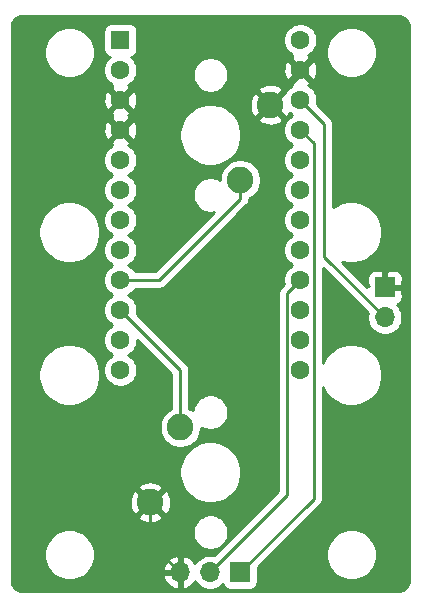
<source format=gtl>
G04 #@! TF.GenerationSoftware,KiCad,Pcbnew,(5.1.10)-1*
G04 #@! TF.CreationDate,2021-08-17T09:51:17-04:00*
G04 #@! TF.ProjectId,milkcrate,6d696c6b-6372-4617-9465-2e6b69636164,rev?*
G04 #@! TF.SameCoordinates,Original*
G04 #@! TF.FileFunction,Copper,L1,Top*
G04 #@! TF.FilePolarity,Positive*
%FSLAX46Y46*%
G04 Gerber Fmt 4.6, Leading zero omitted, Abs format (unit mm)*
G04 Created by KiCad (PCBNEW (5.1.10)-1) date 2021-08-17 09:51:17*
%MOMM*%
%LPD*%
G01*
G04 APERTURE LIST*
G04 #@! TA.AperFunction,ComponentPad*
%ADD10C,2.250000*%
G04 #@! TD*
G04 #@! TA.AperFunction,ComponentPad*
%ADD11R,1.600000X1.600000*%
G04 #@! TD*
G04 #@! TA.AperFunction,ComponentPad*
%ADD12C,1.600000*%
G04 #@! TD*
G04 #@! TA.AperFunction,ComponentPad*
%ADD13R,1.700000X1.700000*%
G04 #@! TD*
G04 #@! TA.AperFunction,ComponentPad*
%ADD14O,1.700000X1.700000*%
G04 #@! TD*
G04 #@! TA.AperFunction,Conductor*
%ADD15C,0.250000*%
G04 #@! TD*
G04 #@! TA.AperFunction,Conductor*
%ADD16C,0.254000*%
G04 #@! TD*
G04 #@! TA.AperFunction,Conductor*
%ADD17C,0.100000*%
G04 #@! TD*
G04 APERTURE END LIST*
D10*
G04 #@! TO.P,MX2,1*
G04 #@! TO.N,SW2*
X131603750Y-58896250D03*
G04 #@! TO.P,MX2,2*
G04 #@! TO.N,GND*
X129063750Y-65246250D03*
G04 #@! TD*
G04 #@! TO.P,MX1,1*
G04 #@! TO.N,SW1*
X136683750Y-37941250D03*
G04 #@! TO.P,MX1,2*
G04 #@! TO.N,GND*
X139223750Y-31591250D03*
G04 #@! TD*
D11*
G04 #@! TO.P,U1,1*
G04 #@! TO.N,Net-(U1-Pad1)*
X126523750Y-26113750D03*
D12*
G04 #@! TO.P,U1,2*
G04 #@! TO.N,Net-(U1-Pad2)*
X126523750Y-28653750D03*
G04 #@! TO.P,U1,3*
G04 #@! TO.N,GND*
X126523750Y-31193750D03*
G04 #@! TO.P,U1,4*
X126523750Y-33733750D03*
G04 #@! TO.P,U1,5*
G04 #@! TO.N,Net-(U1-Pad5)*
X126523750Y-36273750D03*
G04 #@! TO.P,U1,6*
G04 #@! TO.N,Net-(U1-Pad6)*
X126523750Y-38813750D03*
G04 #@! TO.P,U1,7*
G04 #@! TO.N,Net-(U1-Pad7)*
X126523750Y-41353750D03*
G04 #@! TO.P,U1,8*
G04 #@! TO.N,Net-(U1-Pad8)*
X126523750Y-43893750D03*
G04 #@! TO.P,U1,9*
G04 #@! TO.N,SW1*
X126523750Y-46433750D03*
G04 #@! TO.P,U1,10*
G04 #@! TO.N,SW2*
X126523750Y-48973750D03*
G04 #@! TO.P,U1,11*
G04 #@! TO.N,Net-(U1-Pad11)*
X126523750Y-51513750D03*
G04 #@! TO.P,U1,12*
G04 #@! TO.N,Net-(U1-Pad12)*
X126523750Y-54053750D03*
G04 #@! TO.P,U1,13*
G04 #@! TO.N,Net-(U1-Pad13)*
X141763750Y-54053750D03*
G04 #@! TO.P,U1,14*
G04 #@! TO.N,Net-(U1-Pad14)*
X141763750Y-51513750D03*
G04 #@! TO.P,U1,15*
G04 #@! TO.N,Net-(U1-Pad15)*
X141763750Y-48973750D03*
G04 #@! TO.P,U1,16*
G04 #@! TO.N,/RGB*
X141763750Y-46433750D03*
G04 #@! TO.P,U1,17*
G04 #@! TO.N,Net-(U1-Pad17)*
X141763750Y-43893750D03*
G04 #@! TO.P,U1,18*
G04 #@! TO.N,Net-(U1-Pad18)*
X141763750Y-41353750D03*
G04 #@! TO.P,U1,19*
G04 #@! TO.N,Net-(U1-Pad19)*
X141763750Y-38813750D03*
G04 #@! TO.P,U1,20*
G04 #@! TO.N,Net-(U1-Pad20)*
X141763750Y-36273750D03*
G04 #@! TO.P,U1,21*
G04 #@! TO.N,VCC*
X141763750Y-33733750D03*
G04 #@! TO.P,U1,22*
G04 #@! TO.N,/RST*
X141763750Y-31193750D03*
G04 #@! TO.P,U1,23*
G04 #@! TO.N,GND*
X141763750Y-28653750D03*
G04 #@! TO.P,U1,24*
G04 #@! TO.N,Net-(U1-Pad24)*
X141763750Y-26113750D03*
G04 #@! TD*
D13*
G04 #@! TO.P,J2,1*
G04 #@! TO.N,VCC*
X136652000Y-71170800D03*
D14*
G04 #@! TO.P,J2,2*
G04 #@! TO.N,/RGB*
X134112000Y-71170800D03*
G04 #@! TO.P,J2,3*
G04 #@! TO.N,GND*
X131572000Y-71170800D03*
G04 #@! TD*
D13*
G04 #@! TO.P,J1,1*
G04 #@! TO.N,GND*
X148920200Y-47053500D03*
D14*
G04 #@! TO.P,J1,2*
G04 #@! TO.N,/RST*
X148920200Y-49593500D03*
G04 #@! TD*
D15*
G04 #@! TO.N,/RST*
X143762849Y-33192849D02*
X141763750Y-31193750D01*
X143762849Y-44436149D02*
X143762849Y-33192849D01*
X148920200Y-49593500D02*
X143762849Y-44436149D01*
G04 #@! TO.N,GND*
X141763750Y-29051250D02*
X141763750Y-28653750D01*
X139223750Y-31591250D02*
X141763750Y-29051250D01*
X129063750Y-68662550D02*
X131572000Y-71170800D01*
X129063750Y-65246250D02*
X129063750Y-68662550D01*
G04 #@! TO.N,/RGB*
X140638749Y-47558751D02*
X141763750Y-46433750D01*
X140638749Y-64644051D02*
X140638749Y-47558751D01*
X134112000Y-71170800D02*
X140638749Y-64644051D01*
G04 #@! TO.N,VCC*
X142888751Y-34858751D02*
X141763750Y-33733750D01*
X142888751Y-64934049D02*
X142888751Y-34858751D01*
X136652000Y-71170800D02*
X142888751Y-64934049D01*
G04 #@! TO.N,SW1*
X129782240Y-46433750D02*
X126523750Y-46433750D01*
X136683750Y-39532240D02*
X129782240Y-46433750D01*
X136683750Y-37941250D02*
X136683750Y-39532240D01*
G04 #@! TO.N,SW2*
X131603750Y-54053750D02*
X126523750Y-48973750D01*
X131603750Y-58896250D02*
X131603750Y-54053750D01*
G04 #@! TD*
D16*
G04 #@! TO.N,GND*
X150230038Y-24099569D02*
X150402737Y-24151710D01*
X150562018Y-24236402D01*
X150701819Y-24350419D01*
X150816808Y-24489417D01*
X150902610Y-24648105D01*
X150955955Y-24820435D01*
X150978000Y-25030180D01*
X150978001Y-71798910D01*
X150957231Y-72010738D01*
X150905091Y-72183436D01*
X150820399Y-72342718D01*
X150706378Y-72482521D01*
X150567385Y-72597506D01*
X150408695Y-72683310D01*
X150236365Y-72736655D01*
X150026619Y-72758700D01*
X118263530Y-72758700D01*
X118051712Y-72737931D01*
X117879014Y-72685791D01*
X117719732Y-72601099D01*
X117579929Y-72487078D01*
X117464944Y-72348085D01*
X117379140Y-72189395D01*
X117325795Y-72017065D01*
X117303500Y-71804940D01*
X117303500Y-69478607D01*
X120046750Y-69478607D01*
X120046750Y-69903893D01*
X120129720Y-70321007D01*
X120292469Y-70713920D01*
X120528746Y-71067532D01*
X120829468Y-71368254D01*
X121183080Y-71604531D01*
X121575993Y-71767280D01*
X121993107Y-71850250D01*
X122418393Y-71850250D01*
X122835507Y-71767280D01*
X123228420Y-71604531D01*
X123343418Y-71527691D01*
X130130519Y-71527691D01*
X130227843Y-71802052D01*
X130376822Y-72052155D01*
X130571731Y-72268388D01*
X130805080Y-72442441D01*
X131067901Y-72567625D01*
X131215110Y-72612276D01*
X131445000Y-72490955D01*
X131445000Y-71297800D01*
X130251186Y-71297800D01*
X130130519Y-71527691D01*
X123343418Y-71527691D01*
X123582032Y-71368254D01*
X123882754Y-71067532D01*
X124052220Y-70813909D01*
X130130519Y-70813909D01*
X130251186Y-71043800D01*
X131445000Y-71043800D01*
X131445000Y-69850645D01*
X131699000Y-69850645D01*
X131699000Y-71043800D01*
X131719000Y-71043800D01*
X131719000Y-71297800D01*
X131699000Y-71297800D01*
X131699000Y-72490955D01*
X131928890Y-72612276D01*
X132076099Y-72567625D01*
X132338920Y-72442441D01*
X132572269Y-72268388D01*
X132767178Y-72052155D01*
X132836805Y-71935266D01*
X132958525Y-72117432D01*
X133165368Y-72324275D01*
X133408589Y-72486790D01*
X133678842Y-72598732D01*
X133965740Y-72655800D01*
X134258260Y-72655800D01*
X134545158Y-72598732D01*
X134815411Y-72486790D01*
X135058632Y-72324275D01*
X135190487Y-72192420D01*
X135212498Y-72264980D01*
X135271463Y-72375294D01*
X135350815Y-72471985D01*
X135447506Y-72551337D01*
X135557820Y-72610302D01*
X135677518Y-72646612D01*
X135802000Y-72658872D01*
X137502000Y-72658872D01*
X137626482Y-72646612D01*
X137746180Y-72610302D01*
X137856494Y-72551337D01*
X137953185Y-72471985D01*
X138032537Y-72375294D01*
X138091502Y-72264980D01*
X138127812Y-72145282D01*
X138140072Y-72020800D01*
X138140072Y-70757529D01*
X139418994Y-69478607D01*
X143922750Y-69478607D01*
X143922750Y-69903893D01*
X144005720Y-70321007D01*
X144168469Y-70713920D01*
X144404746Y-71067532D01*
X144705468Y-71368254D01*
X145059080Y-71604531D01*
X145451993Y-71767280D01*
X145869107Y-71850250D01*
X146294393Y-71850250D01*
X146711507Y-71767280D01*
X147104420Y-71604531D01*
X147458032Y-71368254D01*
X147758754Y-71067532D01*
X147995031Y-70713920D01*
X148157780Y-70321007D01*
X148240750Y-69903893D01*
X148240750Y-69478607D01*
X148157780Y-69061493D01*
X147995031Y-68668580D01*
X147758754Y-68314968D01*
X147458032Y-68014246D01*
X147104420Y-67777969D01*
X146711507Y-67615220D01*
X146294393Y-67532250D01*
X145869107Y-67532250D01*
X145451993Y-67615220D01*
X145059080Y-67777969D01*
X144705468Y-68014246D01*
X144404746Y-68314968D01*
X144168469Y-68668580D01*
X144005720Y-69061493D01*
X143922750Y-69478607D01*
X139418994Y-69478607D01*
X143399755Y-65497847D01*
X143428752Y-65474050D01*
X143523725Y-65358325D01*
X143594297Y-65226296D01*
X143637754Y-65083035D01*
X143648751Y-64971382D01*
X143648751Y-64971372D01*
X143652427Y-64934049D01*
X143648751Y-64896726D01*
X143648751Y-55447118D01*
X143752049Y-55696501D01*
X144039750Y-56127076D01*
X144405924Y-56493250D01*
X144836499Y-56780951D01*
X145314928Y-56979123D01*
X145822826Y-57080150D01*
X146340674Y-57080150D01*
X146848572Y-56979123D01*
X147327001Y-56780951D01*
X147757576Y-56493250D01*
X148123750Y-56127076D01*
X148411451Y-55696501D01*
X148609623Y-55218072D01*
X148710650Y-54710174D01*
X148710650Y-54192326D01*
X148609623Y-53684428D01*
X148411451Y-53205999D01*
X148123750Y-52775424D01*
X147757576Y-52409250D01*
X147327001Y-52121549D01*
X146848572Y-51923377D01*
X146340674Y-51822350D01*
X145822826Y-51822350D01*
X145314928Y-51923377D01*
X144836499Y-52121549D01*
X144405924Y-52409250D01*
X144039750Y-52775424D01*
X143752049Y-53205999D01*
X143648751Y-53455382D01*
X143648751Y-45396852D01*
X147478990Y-49227092D01*
X147435200Y-49447240D01*
X147435200Y-49739760D01*
X147492268Y-50026658D01*
X147604210Y-50296911D01*
X147766725Y-50540132D01*
X147973568Y-50746975D01*
X148216789Y-50909490D01*
X148487042Y-51021432D01*
X148773940Y-51078500D01*
X149066460Y-51078500D01*
X149353358Y-51021432D01*
X149623611Y-50909490D01*
X149866832Y-50746975D01*
X150073675Y-50540132D01*
X150236190Y-50296911D01*
X150348132Y-50026658D01*
X150405200Y-49739760D01*
X150405200Y-49447240D01*
X150348132Y-49160342D01*
X150236190Y-48890089D01*
X150073675Y-48646868D01*
X149941820Y-48515013D01*
X150014380Y-48493002D01*
X150124694Y-48434037D01*
X150221385Y-48354685D01*
X150300737Y-48257994D01*
X150359702Y-48147680D01*
X150396012Y-48027982D01*
X150408272Y-47903500D01*
X150405200Y-47339250D01*
X150246450Y-47180500D01*
X149047200Y-47180500D01*
X149047200Y-47200500D01*
X148793200Y-47200500D01*
X148793200Y-47180500D01*
X148773200Y-47180500D01*
X148773200Y-46926500D01*
X148793200Y-46926500D01*
X148793200Y-45727250D01*
X149047200Y-45727250D01*
X149047200Y-46926500D01*
X150246450Y-46926500D01*
X150405200Y-46767750D01*
X150408272Y-46203500D01*
X150396012Y-46079018D01*
X150359702Y-45959320D01*
X150300737Y-45849006D01*
X150221385Y-45752315D01*
X150124694Y-45672963D01*
X150014380Y-45613998D01*
X149894682Y-45577688D01*
X149770200Y-45565428D01*
X149205950Y-45568500D01*
X149047200Y-45727250D01*
X148793200Y-45727250D01*
X148634450Y-45568500D01*
X148070200Y-45565428D01*
X147945718Y-45577688D01*
X147826020Y-45613998D01*
X147715706Y-45672963D01*
X147619015Y-45752315D01*
X147539663Y-45849006D01*
X147480698Y-45959320D01*
X147444388Y-46079018D01*
X147432128Y-46203500D01*
X147435200Y-46767750D01*
X147593948Y-46926498D01*
X147435200Y-46926498D01*
X147435200Y-47033698D01*
X145315797Y-44914296D01*
X145822826Y-45015150D01*
X146340674Y-45015150D01*
X146848572Y-44914123D01*
X147327001Y-44715951D01*
X147757576Y-44428250D01*
X148123750Y-44062076D01*
X148411451Y-43631501D01*
X148609623Y-43153072D01*
X148710650Y-42645174D01*
X148710650Y-42127326D01*
X148609623Y-41619428D01*
X148411451Y-41140999D01*
X148123750Y-40710424D01*
X147757576Y-40344250D01*
X147327001Y-40056549D01*
X146848572Y-39858377D01*
X146340674Y-39757350D01*
X145822826Y-39757350D01*
X145314928Y-39858377D01*
X144836499Y-40056549D01*
X144522849Y-40266123D01*
X144522849Y-33230172D01*
X144526525Y-33192849D01*
X144522849Y-33155526D01*
X144522849Y-33155516D01*
X144511852Y-33043863D01*
X144468395Y-32900602D01*
X144460589Y-32885999D01*
X144397823Y-32768572D01*
X144326648Y-32681846D01*
X144302850Y-32652848D01*
X144273852Y-32629050D01*
X143162438Y-31517636D01*
X143198750Y-31335085D01*
X143198750Y-31052415D01*
X143143603Y-30775176D01*
X143035430Y-30514023D01*
X142878387Y-30278991D01*
X142678509Y-30079113D01*
X142444622Y-29922835D01*
X142505264Y-29890421D01*
X142576847Y-29646452D01*
X141763750Y-28833355D01*
X140950653Y-29646452D01*
X141022236Y-29890421D01*
X141086742Y-29920944D01*
X141084023Y-29922070D01*
X140848991Y-30079113D01*
X140649113Y-30278991D01*
X140492070Y-30514023D01*
X140474369Y-30556757D01*
X140448281Y-30546324D01*
X139403355Y-31591250D01*
X140448281Y-32636176D01*
X140725464Y-32525329D01*
X140837935Y-32297331D01*
X140848991Y-32308387D01*
X141081509Y-32463750D01*
X140848991Y-32619113D01*
X140649113Y-32818991D01*
X140492070Y-33054023D01*
X140383897Y-33315176D01*
X140328750Y-33592415D01*
X140328750Y-33875085D01*
X140383897Y-34152324D01*
X140492070Y-34413477D01*
X140649113Y-34648509D01*
X140848991Y-34848387D01*
X141081509Y-35003750D01*
X140848991Y-35159113D01*
X140649113Y-35358991D01*
X140492070Y-35594023D01*
X140383897Y-35855176D01*
X140328750Y-36132415D01*
X140328750Y-36415085D01*
X140383897Y-36692324D01*
X140492070Y-36953477D01*
X140649113Y-37188509D01*
X140848991Y-37388387D01*
X141081509Y-37543750D01*
X140848991Y-37699113D01*
X140649113Y-37898991D01*
X140492070Y-38134023D01*
X140383897Y-38395176D01*
X140328750Y-38672415D01*
X140328750Y-38955085D01*
X140383897Y-39232324D01*
X140492070Y-39493477D01*
X140649113Y-39728509D01*
X140848991Y-39928387D01*
X141081509Y-40083750D01*
X140848991Y-40239113D01*
X140649113Y-40438991D01*
X140492070Y-40674023D01*
X140383897Y-40935176D01*
X140328750Y-41212415D01*
X140328750Y-41495085D01*
X140383897Y-41772324D01*
X140492070Y-42033477D01*
X140649113Y-42268509D01*
X140848991Y-42468387D01*
X141081509Y-42623750D01*
X140848991Y-42779113D01*
X140649113Y-42978991D01*
X140492070Y-43214023D01*
X140383897Y-43475176D01*
X140328750Y-43752415D01*
X140328750Y-44035085D01*
X140383897Y-44312324D01*
X140492070Y-44573477D01*
X140649113Y-44808509D01*
X140848991Y-45008387D01*
X141081509Y-45163750D01*
X140848991Y-45319113D01*
X140649113Y-45518991D01*
X140492070Y-45754023D01*
X140383897Y-46015176D01*
X140328750Y-46292415D01*
X140328750Y-46575085D01*
X140365062Y-46757637D01*
X140127747Y-46994952D01*
X140098749Y-47018750D01*
X140074951Y-47047748D01*
X140074950Y-47047749D01*
X140003775Y-47134475D01*
X139933203Y-47266505D01*
X139889747Y-47409766D01*
X139875073Y-47558751D01*
X139878750Y-47596084D01*
X139878749Y-64329249D01*
X134478408Y-69729591D01*
X134258260Y-69685800D01*
X133965740Y-69685800D01*
X133678842Y-69742868D01*
X133408589Y-69854810D01*
X133165368Y-70017325D01*
X132958525Y-70224168D01*
X132836805Y-70406334D01*
X132767178Y-70289445D01*
X132572269Y-70073212D01*
X132338920Y-69899159D01*
X132076099Y-69773975D01*
X131928890Y-69729324D01*
X131699000Y-69850645D01*
X131445000Y-69850645D01*
X131215110Y-69729324D01*
X131067901Y-69773975D01*
X130805080Y-69899159D01*
X130571731Y-70073212D01*
X130376822Y-70289445D01*
X130227843Y-70539548D01*
X130130519Y-70813909D01*
X124052220Y-70813909D01*
X124119031Y-70713920D01*
X124281780Y-70321007D01*
X124364750Y-69903893D01*
X124364750Y-69478607D01*
X124281780Y-69061493D01*
X124119031Y-68668580D01*
X123882754Y-68314968D01*
X123582032Y-68014246D01*
X123228420Y-67777969D01*
X122889364Y-67637528D01*
X132633750Y-67637528D01*
X132633750Y-67934972D01*
X132691779Y-68226701D01*
X132805606Y-68501503D01*
X132970857Y-68748819D01*
X133181181Y-68959143D01*
X133428497Y-69124394D01*
X133703299Y-69238221D01*
X133995028Y-69296250D01*
X134292472Y-69296250D01*
X134584201Y-69238221D01*
X134859003Y-69124394D01*
X135106319Y-68959143D01*
X135316643Y-68748819D01*
X135481894Y-68501503D01*
X135595721Y-68226701D01*
X135653750Y-67934972D01*
X135653750Y-67637528D01*
X135595721Y-67345799D01*
X135481894Y-67070997D01*
X135316643Y-66823681D01*
X135106319Y-66613357D01*
X134859003Y-66448106D01*
X134584201Y-66334279D01*
X134292472Y-66276250D01*
X133995028Y-66276250D01*
X133703299Y-66334279D01*
X133428497Y-66448106D01*
X133181181Y-66613357D01*
X132970857Y-66823681D01*
X132805606Y-67070997D01*
X132691779Y-67345799D01*
X132633750Y-67637528D01*
X122889364Y-67637528D01*
X122835507Y-67615220D01*
X122418393Y-67532250D01*
X121993107Y-67532250D01*
X121575993Y-67615220D01*
X121183080Y-67777969D01*
X120829468Y-68014246D01*
X120528746Y-68314968D01*
X120292469Y-68668580D01*
X120129720Y-69061493D01*
X120046750Y-69478607D01*
X117303500Y-69478607D01*
X117303500Y-66470781D01*
X128018824Y-66470781D01*
X128129671Y-66747964D01*
X128440590Y-66901339D01*
X128775455Y-66991110D01*
X129121400Y-67013826D01*
X129465130Y-66968616D01*
X129793435Y-66857216D01*
X129997829Y-66747964D01*
X130108676Y-66470781D01*
X129063750Y-65425855D01*
X128018824Y-66470781D01*
X117303500Y-66470781D01*
X117303500Y-65303900D01*
X127296174Y-65303900D01*
X127341384Y-65647630D01*
X127452784Y-65975935D01*
X127562036Y-66180329D01*
X127839219Y-66291176D01*
X128884145Y-65246250D01*
X129243355Y-65246250D01*
X130288281Y-66291176D01*
X130565464Y-66180329D01*
X130718839Y-65869410D01*
X130808610Y-65534545D01*
X130831326Y-65188600D01*
X130786116Y-64844870D01*
X130674716Y-64516565D01*
X130565464Y-64312171D01*
X130288281Y-64201324D01*
X129243355Y-65246250D01*
X128884145Y-65246250D01*
X127839219Y-64201324D01*
X127562036Y-64312171D01*
X127408661Y-64623090D01*
X127318890Y-64957955D01*
X127296174Y-65303900D01*
X117303500Y-65303900D01*
X117303500Y-64021719D01*
X128018824Y-64021719D01*
X129063750Y-65066645D01*
X130108676Y-64021719D01*
X129997829Y-63744536D01*
X129686910Y-63591161D01*
X129352045Y-63501390D01*
X129006100Y-63478674D01*
X128662370Y-63523884D01*
X128334065Y-63635284D01*
X128129671Y-63744536D01*
X128018824Y-64021719D01*
X117303500Y-64021719D01*
X117303500Y-62447326D01*
X131514850Y-62447326D01*
X131514850Y-62965174D01*
X131615877Y-63473072D01*
X131814049Y-63951501D01*
X132101750Y-64382076D01*
X132467924Y-64748250D01*
X132898499Y-65035951D01*
X133376928Y-65234123D01*
X133884826Y-65335150D01*
X134402674Y-65335150D01*
X134910572Y-65234123D01*
X135389001Y-65035951D01*
X135819576Y-64748250D01*
X136185750Y-64382076D01*
X136473451Y-63951501D01*
X136671623Y-63473072D01*
X136772650Y-62965174D01*
X136772650Y-62447326D01*
X136671623Y-61939428D01*
X136473451Y-61460999D01*
X136185750Y-61030424D01*
X135819576Y-60664250D01*
X135389001Y-60376549D01*
X134910572Y-60178377D01*
X134402674Y-60077350D01*
X133884826Y-60077350D01*
X133376928Y-60178377D01*
X132898499Y-60376549D01*
X132467924Y-60664250D01*
X132101750Y-61030424D01*
X131814049Y-61460999D01*
X131615877Y-61939428D01*
X131514850Y-62447326D01*
X117303500Y-62447326D01*
X117303500Y-54192326D01*
X119576850Y-54192326D01*
X119576850Y-54710174D01*
X119677877Y-55218072D01*
X119876049Y-55696501D01*
X120163750Y-56127076D01*
X120529924Y-56493250D01*
X120960499Y-56780951D01*
X121438928Y-56979123D01*
X121946826Y-57080150D01*
X122464674Y-57080150D01*
X122972572Y-56979123D01*
X123451001Y-56780951D01*
X123881576Y-56493250D01*
X124247750Y-56127076D01*
X124535451Y-55696501D01*
X124733623Y-55218072D01*
X124834650Y-54710174D01*
X124834650Y-54192326D01*
X124733623Y-53684428D01*
X124535451Y-53205999D01*
X124247750Y-52775424D01*
X123881576Y-52409250D01*
X123451001Y-52121549D01*
X122972572Y-51923377D01*
X122464674Y-51822350D01*
X121946826Y-51822350D01*
X121438928Y-51923377D01*
X120960499Y-52121549D01*
X120529924Y-52409250D01*
X120163750Y-52775424D01*
X119876049Y-53205999D01*
X119677877Y-53684428D01*
X119576850Y-54192326D01*
X117303500Y-54192326D01*
X117303500Y-42127326D01*
X119576850Y-42127326D01*
X119576850Y-42645174D01*
X119677877Y-43153072D01*
X119876049Y-43631501D01*
X120163750Y-44062076D01*
X120529924Y-44428250D01*
X120960499Y-44715951D01*
X121438928Y-44914123D01*
X121946826Y-45015150D01*
X122464674Y-45015150D01*
X122972572Y-44914123D01*
X123451001Y-44715951D01*
X123881576Y-44428250D01*
X124247750Y-44062076D01*
X124535451Y-43631501D01*
X124733623Y-43153072D01*
X124834650Y-42645174D01*
X124834650Y-42127326D01*
X124733623Y-41619428D01*
X124535451Y-41140999D01*
X124247750Y-40710424D01*
X123881576Y-40344250D01*
X123451001Y-40056549D01*
X122972572Y-39858377D01*
X122464674Y-39757350D01*
X121946826Y-39757350D01*
X121438928Y-39858377D01*
X120960499Y-40056549D01*
X120529924Y-40344250D01*
X120163750Y-40710424D01*
X119876049Y-41140999D01*
X119677877Y-41619428D01*
X119576850Y-42127326D01*
X117303500Y-42127326D01*
X117303500Y-36132415D01*
X125088750Y-36132415D01*
X125088750Y-36415085D01*
X125143897Y-36692324D01*
X125252070Y-36953477D01*
X125409113Y-37188509D01*
X125608991Y-37388387D01*
X125841509Y-37543750D01*
X125608991Y-37699113D01*
X125409113Y-37898991D01*
X125252070Y-38134023D01*
X125143897Y-38395176D01*
X125088750Y-38672415D01*
X125088750Y-38955085D01*
X125143897Y-39232324D01*
X125252070Y-39493477D01*
X125409113Y-39728509D01*
X125608991Y-39928387D01*
X125841509Y-40083750D01*
X125608991Y-40239113D01*
X125409113Y-40438991D01*
X125252070Y-40674023D01*
X125143897Y-40935176D01*
X125088750Y-41212415D01*
X125088750Y-41495085D01*
X125143897Y-41772324D01*
X125252070Y-42033477D01*
X125409113Y-42268509D01*
X125608991Y-42468387D01*
X125841509Y-42623750D01*
X125608991Y-42779113D01*
X125409113Y-42978991D01*
X125252070Y-43214023D01*
X125143897Y-43475176D01*
X125088750Y-43752415D01*
X125088750Y-44035085D01*
X125143897Y-44312324D01*
X125252070Y-44573477D01*
X125409113Y-44808509D01*
X125608991Y-45008387D01*
X125841509Y-45163750D01*
X125608991Y-45319113D01*
X125409113Y-45518991D01*
X125252070Y-45754023D01*
X125143897Y-46015176D01*
X125088750Y-46292415D01*
X125088750Y-46575085D01*
X125143897Y-46852324D01*
X125252070Y-47113477D01*
X125409113Y-47348509D01*
X125608991Y-47548387D01*
X125841509Y-47703750D01*
X125608991Y-47859113D01*
X125409113Y-48058991D01*
X125252070Y-48294023D01*
X125143897Y-48555176D01*
X125088750Y-48832415D01*
X125088750Y-49115085D01*
X125143897Y-49392324D01*
X125252070Y-49653477D01*
X125409113Y-49888509D01*
X125608991Y-50088387D01*
X125841509Y-50243750D01*
X125608991Y-50399113D01*
X125409113Y-50598991D01*
X125252070Y-50834023D01*
X125143897Y-51095176D01*
X125088750Y-51372415D01*
X125088750Y-51655085D01*
X125143897Y-51932324D01*
X125252070Y-52193477D01*
X125409113Y-52428509D01*
X125608991Y-52628387D01*
X125841509Y-52783750D01*
X125608991Y-52939113D01*
X125409113Y-53138991D01*
X125252070Y-53374023D01*
X125143897Y-53635176D01*
X125088750Y-53912415D01*
X125088750Y-54195085D01*
X125143897Y-54472324D01*
X125252070Y-54733477D01*
X125409113Y-54968509D01*
X125608991Y-55168387D01*
X125844023Y-55325430D01*
X126105176Y-55433603D01*
X126382415Y-55488750D01*
X126665085Y-55488750D01*
X126942324Y-55433603D01*
X127203477Y-55325430D01*
X127438509Y-55168387D01*
X127638387Y-54968509D01*
X127795430Y-54733477D01*
X127903603Y-54472324D01*
X127958750Y-54195085D01*
X127958750Y-53912415D01*
X127903603Y-53635176D01*
X127795430Y-53374023D01*
X127638387Y-53138991D01*
X127438509Y-52939113D01*
X127205991Y-52783750D01*
X127438509Y-52628387D01*
X127638387Y-52428509D01*
X127795430Y-52193477D01*
X127903603Y-51932324D01*
X127958750Y-51655085D01*
X127958750Y-51483551D01*
X130843751Y-54368553D01*
X130843750Y-57306042D01*
X130770077Y-57336558D01*
X130481815Y-57529169D01*
X130236669Y-57774315D01*
X130044058Y-58062577D01*
X129911386Y-58382877D01*
X129843750Y-58722905D01*
X129843750Y-59069595D01*
X129911386Y-59409623D01*
X130044058Y-59729923D01*
X130236669Y-60018185D01*
X130481815Y-60263331D01*
X130770077Y-60455942D01*
X131090377Y-60588614D01*
X131430405Y-60656250D01*
X131777095Y-60656250D01*
X132117123Y-60588614D01*
X132437423Y-60455942D01*
X132725685Y-60263331D01*
X132970831Y-60018185D01*
X133163442Y-59729923D01*
X133296114Y-59409623D01*
X133363750Y-59069595D01*
X133363750Y-58921132D01*
X133428497Y-58964394D01*
X133703299Y-59078221D01*
X133995028Y-59136250D01*
X134292472Y-59136250D01*
X134584201Y-59078221D01*
X134859003Y-58964394D01*
X135106319Y-58799143D01*
X135316643Y-58588819D01*
X135481894Y-58341503D01*
X135595721Y-58066701D01*
X135653750Y-57774972D01*
X135653750Y-57477528D01*
X135595721Y-57185799D01*
X135481894Y-56910997D01*
X135316643Y-56663681D01*
X135106319Y-56453357D01*
X134859003Y-56288106D01*
X134584201Y-56174279D01*
X134292472Y-56116250D01*
X133995028Y-56116250D01*
X133703299Y-56174279D01*
X133428497Y-56288106D01*
X133181181Y-56453357D01*
X132970857Y-56663681D01*
X132805606Y-56910997D01*
X132691779Y-57185799D01*
X132635469Y-57468888D01*
X132437423Y-57336558D01*
X132363750Y-57306042D01*
X132363750Y-54091073D01*
X132367426Y-54053750D01*
X132363750Y-54016427D01*
X132363750Y-54016417D01*
X132352753Y-53904764D01*
X132309296Y-53761503D01*
X132241772Y-53635176D01*
X132238724Y-53629473D01*
X132167549Y-53542747D01*
X132143751Y-53513749D01*
X132114753Y-53489951D01*
X127922438Y-49297637D01*
X127958750Y-49115085D01*
X127958750Y-48832415D01*
X127903603Y-48555176D01*
X127795430Y-48294023D01*
X127638387Y-48058991D01*
X127438509Y-47859113D01*
X127205991Y-47703750D01*
X127438509Y-47548387D01*
X127638387Y-47348509D01*
X127741793Y-47193750D01*
X129744918Y-47193750D01*
X129782240Y-47197426D01*
X129819562Y-47193750D01*
X129819573Y-47193750D01*
X129931226Y-47182753D01*
X130074487Y-47139296D01*
X130206516Y-47068724D01*
X130322241Y-46973751D01*
X130346044Y-46944747D01*
X137194753Y-40096039D01*
X137223751Y-40072241D01*
X137304460Y-39973897D01*
X137318724Y-39956517D01*
X137389296Y-39824487D01*
X137418410Y-39728509D01*
X137432753Y-39681226D01*
X137443750Y-39569573D01*
X137443750Y-39569564D01*
X137447426Y-39532241D01*
X137447208Y-39530026D01*
X137517423Y-39500942D01*
X137805685Y-39308331D01*
X138050831Y-39063185D01*
X138243442Y-38774923D01*
X138376114Y-38454623D01*
X138443750Y-38114595D01*
X138443750Y-37767905D01*
X138376114Y-37427877D01*
X138243442Y-37107577D01*
X138050831Y-36819315D01*
X137805685Y-36574169D01*
X137517423Y-36381558D01*
X137197123Y-36248886D01*
X136857095Y-36181250D01*
X136510405Y-36181250D01*
X136170377Y-36248886D01*
X135850077Y-36381558D01*
X135561815Y-36574169D01*
X135316669Y-36819315D01*
X135124058Y-37107577D01*
X134991386Y-37427877D01*
X134923750Y-37767905D01*
X134923750Y-37916368D01*
X134859003Y-37873106D01*
X134584201Y-37759279D01*
X134292472Y-37701250D01*
X133995028Y-37701250D01*
X133703299Y-37759279D01*
X133428497Y-37873106D01*
X133181181Y-38038357D01*
X132970857Y-38248681D01*
X132805606Y-38495997D01*
X132691779Y-38770799D01*
X132633750Y-39062528D01*
X132633750Y-39359972D01*
X132691779Y-39651701D01*
X132805606Y-39926503D01*
X132970857Y-40173819D01*
X133181181Y-40384143D01*
X133428497Y-40549394D01*
X133703299Y-40663221D01*
X133995028Y-40721250D01*
X134292472Y-40721250D01*
X134451589Y-40689599D01*
X129467439Y-45673750D01*
X127741793Y-45673750D01*
X127638387Y-45518991D01*
X127438509Y-45319113D01*
X127205991Y-45163750D01*
X127438509Y-45008387D01*
X127638387Y-44808509D01*
X127795430Y-44573477D01*
X127903603Y-44312324D01*
X127958750Y-44035085D01*
X127958750Y-43752415D01*
X127903603Y-43475176D01*
X127795430Y-43214023D01*
X127638387Y-42978991D01*
X127438509Y-42779113D01*
X127205991Y-42623750D01*
X127438509Y-42468387D01*
X127638387Y-42268509D01*
X127795430Y-42033477D01*
X127903603Y-41772324D01*
X127958750Y-41495085D01*
X127958750Y-41212415D01*
X127903603Y-40935176D01*
X127795430Y-40674023D01*
X127638387Y-40438991D01*
X127438509Y-40239113D01*
X127205991Y-40083750D01*
X127438509Y-39928387D01*
X127638387Y-39728509D01*
X127795430Y-39493477D01*
X127903603Y-39232324D01*
X127958750Y-38955085D01*
X127958750Y-38672415D01*
X127903603Y-38395176D01*
X127795430Y-38134023D01*
X127638387Y-37898991D01*
X127438509Y-37699113D01*
X127205991Y-37543750D01*
X127438509Y-37388387D01*
X127638387Y-37188509D01*
X127795430Y-36953477D01*
X127903603Y-36692324D01*
X127958750Y-36415085D01*
X127958750Y-36132415D01*
X127903603Y-35855176D01*
X127795430Y-35594023D01*
X127638387Y-35358991D01*
X127438509Y-35159113D01*
X127204622Y-35002835D01*
X127265264Y-34970421D01*
X127336847Y-34726452D01*
X126523750Y-33913355D01*
X125710653Y-34726452D01*
X125782236Y-34970421D01*
X125846742Y-35000944D01*
X125844023Y-35002070D01*
X125608991Y-35159113D01*
X125409113Y-35358991D01*
X125252070Y-35594023D01*
X125143897Y-35855176D01*
X125088750Y-36132415D01*
X117303500Y-36132415D01*
X117303500Y-33804262D01*
X125083533Y-33804262D01*
X125124963Y-34083880D01*
X125220147Y-34350042D01*
X125287079Y-34475264D01*
X125531048Y-34546847D01*
X126344145Y-33733750D01*
X126703355Y-33733750D01*
X127516452Y-34546847D01*
X127760421Y-34475264D01*
X127881321Y-34219754D01*
X127950050Y-33945566D01*
X127953660Y-33872326D01*
X131514850Y-33872326D01*
X131514850Y-34390174D01*
X131615877Y-34898072D01*
X131814049Y-35376501D01*
X132101750Y-35807076D01*
X132467924Y-36173250D01*
X132898499Y-36460951D01*
X133376928Y-36659123D01*
X133884826Y-36760150D01*
X134402674Y-36760150D01*
X134910572Y-36659123D01*
X135389001Y-36460951D01*
X135819576Y-36173250D01*
X136185750Y-35807076D01*
X136473451Y-35376501D01*
X136671623Y-34898072D01*
X136772650Y-34390174D01*
X136772650Y-33872326D01*
X136671623Y-33364428D01*
X136473451Y-32885999D01*
X136426533Y-32815781D01*
X138178824Y-32815781D01*
X138289671Y-33092964D01*
X138600590Y-33246339D01*
X138935455Y-33336110D01*
X139281400Y-33358826D01*
X139625130Y-33313616D01*
X139953435Y-33202216D01*
X140157829Y-33092964D01*
X140268676Y-32815781D01*
X139223750Y-31770855D01*
X138178824Y-32815781D01*
X136426533Y-32815781D01*
X136185750Y-32455424D01*
X135819576Y-32089250D01*
X135389001Y-31801549D01*
X135020475Y-31648900D01*
X137456174Y-31648900D01*
X137501384Y-31992630D01*
X137612784Y-32320935D01*
X137722036Y-32525329D01*
X137999219Y-32636176D01*
X139044145Y-31591250D01*
X137999219Y-30546324D01*
X137722036Y-30657171D01*
X137568661Y-30968090D01*
X137478890Y-31302955D01*
X137456174Y-31648900D01*
X135020475Y-31648900D01*
X134910572Y-31603377D01*
X134402674Y-31502350D01*
X133884826Y-31502350D01*
X133376928Y-31603377D01*
X132898499Y-31801549D01*
X132467924Y-32089250D01*
X132101750Y-32455424D01*
X131814049Y-32885999D01*
X131615877Y-33364428D01*
X131514850Y-33872326D01*
X127953660Y-33872326D01*
X127963967Y-33663238D01*
X127922537Y-33383620D01*
X127827353Y-33117458D01*
X127760421Y-32992236D01*
X127516452Y-32920653D01*
X126703355Y-33733750D01*
X126344145Y-33733750D01*
X125531048Y-32920653D01*
X125287079Y-32992236D01*
X125166179Y-33247746D01*
X125097450Y-33521934D01*
X125083533Y-33804262D01*
X117303500Y-33804262D01*
X117303500Y-32186452D01*
X125710653Y-32186452D01*
X125782236Y-32430421D01*
X125848386Y-32461721D01*
X125782236Y-32497079D01*
X125710653Y-32741048D01*
X126523750Y-33554145D01*
X127336847Y-32741048D01*
X127265264Y-32497079D01*
X127199114Y-32465779D01*
X127265264Y-32430421D01*
X127336847Y-32186452D01*
X126523750Y-31373355D01*
X125710653Y-32186452D01*
X117303500Y-32186452D01*
X117303500Y-31264262D01*
X125083533Y-31264262D01*
X125124963Y-31543880D01*
X125220147Y-31810042D01*
X125287079Y-31935264D01*
X125531048Y-32006847D01*
X126344145Y-31193750D01*
X126703355Y-31193750D01*
X127516452Y-32006847D01*
X127760421Y-31935264D01*
X127881321Y-31679754D01*
X127950050Y-31405566D01*
X127963967Y-31123238D01*
X127922537Y-30843620D01*
X127827353Y-30577458D01*
X127760421Y-30452236D01*
X127516452Y-30380653D01*
X126703355Y-31193750D01*
X126344145Y-31193750D01*
X125531048Y-30380653D01*
X125287079Y-30452236D01*
X125166179Y-30707746D01*
X125097450Y-30981934D01*
X125083533Y-31264262D01*
X117303500Y-31264262D01*
X117303500Y-26933607D01*
X120046750Y-26933607D01*
X120046750Y-27358893D01*
X120129720Y-27776007D01*
X120292469Y-28168920D01*
X120528746Y-28522532D01*
X120829468Y-28823254D01*
X121183080Y-29059531D01*
X121575993Y-29222280D01*
X121993107Y-29305250D01*
X122418393Y-29305250D01*
X122835507Y-29222280D01*
X123228420Y-29059531D01*
X123582032Y-28823254D01*
X123882754Y-28522532D01*
X124119031Y-28168920D01*
X124281780Y-27776007D01*
X124364750Y-27358893D01*
X124364750Y-26933607D01*
X124281780Y-26516493D01*
X124119031Y-26123580D01*
X123882754Y-25769968D01*
X123582032Y-25469246D01*
X123349317Y-25313750D01*
X125085678Y-25313750D01*
X125085678Y-26913750D01*
X125097938Y-27038232D01*
X125134248Y-27157930D01*
X125193213Y-27268244D01*
X125272565Y-27364935D01*
X125369256Y-27444287D01*
X125479570Y-27503252D01*
X125599268Y-27539562D01*
X125607711Y-27540393D01*
X125409113Y-27738991D01*
X125252070Y-27974023D01*
X125143897Y-28235176D01*
X125088750Y-28512415D01*
X125088750Y-28795085D01*
X125143897Y-29072324D01*
X125252070Y-29333477D01*
X125409113Y-29568509D01*
X125608991Y-29768387D01*
X125842878Y-29924665D01*
X125782236Y-29957079D01*
X125710653Y-30201048D01*
X126523750Y-31014145D01*
X127336847Y-30201048D01*
X127265264Y-29957079D01*
X127200758Y-29926556D01*
X127203477Y-29925430D01*
X127438509Y-29768387D01*
X127638387Y-29568509D01*
X127795430Y-29333477D01*
X127903603Y-29072324D01*
X127937377Y-28902528D01*
X132633750Y-28902528D01*
X132633750Y-29199972D01*
X132691779Y-29491701D01*
X132805606Y-29766503D01*
X132970857Y-30013819D01*
X133181181Y-30224143D01*
X133428497Y-30389394D01*
X133703299Y-30503221D01*
X133995028Y-30561250D01*
X134292472Y-30561250D01*
X134584201Y-30503221D01*
X134859003Y-30389394D01*
X134892938Y-30366719D01*
X138178824Y-30366719D01*
X139223750Y-31411645D01*
X140268676Y-30366719D01*
X140157829Y-30089536D01*
X139846910Y-29936161D01*
X139512045Y-29846390D01*
X139166100Y-29823674D01*
X138822370Y-29868884D01*
X138494065Y-29980284D01*
X138289671Y-30089536D01*
X138178824Y-30366719D01*
X134892938Y-30366719D01*
X135106319Y-30224143D01*
X135316643Y-30013819D01*
X135481894Y-29766503D01*
X135595721Y-29491701D01*
X135653750Y-29199972D01*
X135653750Y-28902528D01*
X135618291Y-28724262D01*
X140323533Y-28724262D01*
X140364963Y-29003880D01*
X140460147Y-29270042D01*
X140527079Y-29395264D01*
X140771048Y-29466847D01*
X141584145Y-28653750D01*
X141943355Y-28653750D01*
X142756452Y-29466847D01*
X143000421Y-29395264D01*
X143121321Y-29139754D01*
X143190050Y-28865566D01*
X143203967Y-28583238D01*
X143162537Y-28303620D01*
X143067353Y-28037458D01*
X143000421Y-27912236D01*
X142756452Y-27840653D01*
X141943355Y-28653750D01*
X141584145Y-28653750D01*
X140771048Y-27840653D01*
X140527079Y-27912236D01*
X140406179Y-28167746D01*
X140337450Y-28441934D01*
X140323533Y-28724262D01*
X135618291Y-28724262D01*
X135595721Y-28610799D01*
X135481894Y-28335997D01*
X135316643Y-28088681D01*
X135106319Y-27878357D01*
X134859003Y-27713106D01*
X134584201Y-27599279D01*
X134292472Y-27541250D01*
X133995028Y-27541250D01*
X133703299Y-27599279D01*
X133428497Y-27713106D01*
X133181181Y-27878357D01*
X132970857Y-28088681D01*
X132805606Y-28335997D01*
X132691779Y-28610799D01*
X132633750Y-28902528D01*
X127937377Y-28902528D01*
X127958750Y-28795085D01*
X127958750Y-28512415D01*
X127903603Y-28235176D01*
X127795430Y-27974023D01*
X127638387Y-27738991D01*
X127439789Y-27540393D01*
X127448232Y-27539562D01*
X127567930Y-27503252D01*
X127678244Y-27444287D01*
X127774935Y-27364935D01*
X127854287Y-27268244D01*
X127913252Y-27157930D01*
X127949562Y-27038232D01*
X127961822Y-26913750D01*
X127961822Y-25972415D01*
X140328750Y-25972415D01*
X140328750Y-26255085D01*
X140383897Y-26532324D01*
X140492070Y-26793477D01*
X140649113Y-27028509D01*
X140848991Y-27228387D01*
X141082878Y-27384665D01*
X141022236Y-27417079D01*
X140950653Y-27661048D01*
X141763750Y-28474145D01*
X142576847Y-27661048D01*
X142505264Y-27417079D01*
X142440758Y-27386556D01*
X142443477Y-27385430D01*
X142678509Y-27228387D01*
X142878387Y-27028509D01*
X142941798Y-26933607D01*
X143922750Y-26933607D01*
X143922750Y-27358893D01*
X144005720Y-27776007D01*
X144168469Y-28168920D01*
X144404746Y-28522532D01*
X144705468Y-28823254D01*
X145059080Y-29059531D01*
X145451993Y-29222280D01*
X145869107Y-29305250D01*
X146294393Y-29305250D01*
X146711507Y-29222280D01*
X147104420Y-29059531D01*
X147458032Y-28823254D01*
X147758754Y-28522532D01*
X147995031Y-28168920D01*
X148157780Y-27776007D01*
X148240750Y-27358893D01*
X148240750Y-26933607D01*
X148157780Y-26516493D01*
X147995031Y-26123580D01*
X147758754Y-25769968D01*
X147458032Y-25469246D01*
X147104420Y-25232969D01*
X146711507Y-25070220D01*
X146294393Y-24987250D01*
X145869107Y-24987250D01*
X145451993Y-25070220D01*
X145059080Y-25232969D01*
X144705468Y-25469246D01*
X144404746Y-25769968D01*
X144168469Y-26123580D01*
X144005720Y-26516493D01*
X143922750Y-26933607D01*
X142941798Y-26933607D01*
X143035430Y-26793477D01*
X143143603Y-26532324D01*
X143198750Y-26255085D01*
X143198750Y-25972415D01*
X143143603Y-25695176D01*
X143035430Y-25434023D01*
X142878387Y-25198991D01*
X142678509Y-24999113D01*
X142443477Y-24842070D01*
X142182324Y-24733897D01*
X141905085Y-24678750D01*
X141622415Y-24678750D01*
X141345176Y-24733897D01*
X141084023Y-24842070D01*
X140848991Y-24999113D01*
X140649113Y-25198991D01*
X140492070Y-25434023D01*
X140383897Y-25695176D01*
X140328750Y-25972415D01*
X127961822Y-25972415D01*
X127961822Y-25313750D01*
X127949562Y-25189268D01*
X127913252Y-25069570D01*
X127854287Y-24959256D01*
X127774935Y-24862565D01*
X127678244Y-24783213D01*
X127567930Y-24724248D01*
X127448232Y-24687938D01*
X127323750Y-24675678D01*
X125723750Y-24675678D01*
X125599268Y-24687938D01*
X125479570Y-24724248D01*
X125369256Y-24783213D01*
X125272565Y-24862565D01*
X125193213Y-24959256D01*
X125134248Y-25069570D01*
X125097938Y-25189268D01*
X125085678Y-25313750D01*
X123349317Y-25313750D01*
X123228420Y-25232969D01*
X122835507Y-25070220D01*
X122418393Y-24987250D01*
X121993107Y-24987250D01*
X121575993Y-25070220D01*
X121183080Y-25232969D01*
X120829468Y-25469246D01*
X120528746Y-25769968D01*
X120292469Y-26123580D01*
X120129720Y-26516493D01*
X120046750Y-26933607D01*
X117303500Y-26933607D01*
X117303500Y-25036079D01*
X117324269Y-24824262D01*
X117376410Y-24651563D01*
X117461102Y-24492282D01*
X117575119Y-24352481D01*
X117714117Y-24237492D01*
X117872805Y-24151690D01*
X118045135Y-24098345D01*
X118231094Y-24078800D01*
X150018221Y-24078800D01*
X150230038Y-24099569D01*
G04 #@! TA.AperFunction,Conductor*
D17*
G36*
X150230038Y-24099569D02*
G01*
X150402737Y-24151710D01*
X150562018Y-24236402D01*
X150701819Y-24350419D01*
X150816808Y-24489417D01*
X150902610Y-24648105D01*
X150955955Y-24820435D01*
X150978000Y-25030180D01*
X150978001Y-71798910D01*
X150957231Y-72010738D01*
X150905091Y-72183436D01*
X150820399Y-72342718D01*
X150706378Y-72482521D01*
X150567385Y-72597506D01*
X150408695Y-72683310D01*
X150236365Y-72736655D01*
X150026619Y-72758700D01*
X118263530Y-72758700D01*
X118051712Y-72737931D01*
X117879014Y-72685791D01*
X117719732Y-72601099D01*
X117579929Y-72487078D01*
X117464944Y-72348085D01*
X117379140Y-72189395D01*
X117325795Y-72017065D01*
X117303500Y-71804940D01*
X117303500Y-69478607D01*
X120046750Y-69478607D01*
X120046750Y-69903893D01*
X120129720Y-70321007D01*
X120292469Y-70713920D01*
X120528746Y-71067532D01*
X120829468Y-71368254D01*
X121183080Y-71604531D01*
X121575993Y-71767280D01*
X121993107Y-71850250D01*
X122418393Y-71850250D01*
X122835507Y-71767280D01*
X123228420Y-71604531D01*
X123343418Y-71527691D01*
X130130519Y-71527691D01*
X130227843Y-71802052D01*
X130376822Y-72052155D01*
X130571731Y-72268388D01*
X130805080Y-72442441D01*
X131067901Y-72567625D01*
X131215110Y-72612276D01*
X131445000Y-72490955D01*
X131445000Y-71297800D01*
X130251186Y-71297800D01*
X130130519Y-71527691D01*
X123343418Y-71527691D01*
X123582032Y-71368254D01*
X123882754Y-71067532D01*
X124052220Y-70813909D01*
X130130519Y-70813909D01*
X130251186Y-71043800D01*
X131445000Y-71043800D01*
X131445000Y-69850645D01*
X131699000Y-69850645D01*
X131699000Y-71043800D01*
X131719000Y-71043800D01*
X131719000Y-71297800D01*
X131699000Y-71297800D01*
X131699000Y-72490955D01*
X131928890Y-72612276D01*
X132076099Y-72567625D01*
X132338920Y-72442441D01*
X132572269Y-72268388D01*
X132767178Y-72052155D01*
X132836805Y-71935266D01*
X132958525Y-72117432D01*
X133165368Y-72324275D01*
X133408589Y-72486790D01*
X133678842Y-72598732D01*
X133965740Y-72655800D01*
X134258260Y-72655800D01*
X134545158Y-72598732D01*
X134815411Y-72486790D01*
X135058632Y-72324275D01*
X135190487Y-72192420D01*
X135212498Y-72264980D01*
X135271463Y-72375294D01*
X135350815Y-72471985D01*
X135447506Y-72551337D01*
X135557820Y-72610302D01*
X135677518Y-72646612D01*
X135802000Y-72658872D01*
X137502000Y-72658872D01*
X137626482Y-72646612D01*
X137746180Y-72610302D01*
X137856494Y-72551337D01*
X137953185Y-72471985D01*
X138032537Y-72375294D01*
X138091502Y-72264980D01*
X138127812Y-72145282D01*
X138140072Y-72020800D01*
X138140072Y-70757529D01*
X139418994Y-69478607D01*
X143922750Y-69478607D01*
X143922750Y-69903893D01*
X144005720Y-70321007D01*
X144168469Y-70713920D01*
X144404746Y-71067532D01*
X144705468Y-71368254D01*
X145059080Y-71604531D01*
X145451993Y-71767280D01*
X145869107Y-71850250D01*
X146294393Y-71850250D01*
X146711507Y-71767280D01*
X147104420Y-71604531D01*
X147458032Y-71368254D01*
X147758754Y-71067532D01*
X147995031Y-70713920D01*
X148157780Y-70321007D01*
X148240750Y-69903893D01*
X148240750Y-69478607D01*
X148157780Y-69061493D01*
X147995031Y-68668580D01*
X147758754Y-68314968D01*
X147458032Y-68014246D01*
X147104420Y-67777969D01*
X146711507Y-67615220D01*
X146294393Y-67532250D01*
X145869107Y-67532250D01*
X145451993Y-67615220D01*
X145059080Y-67777969D01*
X144705468Y-68014246D01*
X144404746Y-68314968D01*
X144168469Y-68668580D01*
X144005720Y-69061493D01*
X143922750Y-69478607D01*
X139418994Y-69478607D01*
X143399755Y-65497847D01*
X143428752Y-65474050D01*
X143523725Y-65358325D01*
X143594297Y-65226296D01*
X143637754Y-65083035D01*
X143648751Y-64971382D01*
X143648751Y-64971372D01*
X143652427Y-64934049D01*
X143648751Y-64896726D01*
X143648751Y-55447118D01*
X143752049Y-55696501D01*
X144039750Y-56127076D01*
X144405924Y-56493250D01*
X144836499Y-56780951D01*
X145314928Y-56979123D01*
X145822826Y-57080150D01*
X146340674Y-57080150D01*
X146848572Y-56979123D01*
X147327001Y-56780951D01*
X147757576Y-56493250D01*
X148123750Y-56127076D01*
X148411451Y-55696501D01*
X148609623Y-55218072D01*
X148710650Y-54710174D01*
X148710650Y-54192326D01*
X148609623Y-53684428D01*
X148411451Y-53205999D01*
X148123750Y-52775424D01*
X147757576Y-52409250D01*
X147327001Y-52121549D01*
X146848572Y-51923377D01*
X146340674Y-51822350D01*
X145822826Y-51822350D01*
X145314928Y-51923377D01*
X144836499Y-52121549D01*
X144405924Y-52409250D01*
X144039750Y-52775424D01*
X143752049Y-53205999D01*
X143648751Y-53455382D01*
X143648751Y-45396852D01*
X147478990Y-49227092D01*
X147435200Y-49447240D01*
X147435200Y-49739760D01*
X147492268Y-50026658D01*
X147604210Y-50296911D01*
X147766725Y-50540132D01*
X147973568Y-50746975D01*
X148216789Y-50909490D01*
X148487042Y-51021432D01*
X148773940Y-51078500D01*
X149066460Y-51078500D01*
X149353358Y-51021432D01*
X149623611Y-50909490D01*
X149866832Y-50746975D01*
X150073675Y-50540132D01*
X150236190Y-50296911D01*
X150348132Y-50026658D01*
X150405200Y-49739760D01*
X150405200Y-49447240D01*
X150348132Y-49160342D01*
X150236190Y-48890089D01*
X150073675Y-48646868D01*
X149941820Y-48515013D01*
X150014380Y-48493002D01*
X150124694Y-48434037D01*
X150221385Y-48354685D01*
X150300737Y-48257994D01*
X150359702Y-48147680D01*
X150396012Y-48027982D01*
X150408272Y-47903500D01*
X150405200Y-47339250D01*
X150246450Y-47180500D01*
X149047200Y-47180500D01*
X149047200Y-47200500D01*
X148793200Y-47200500D01*
X148793200Y-47180500D01*
X148773200Y-47180500D01*
X148773200Y-46926500D01*
X148793200Y-46926500D01*
X148793200Y-45727250D01*
X149047200Y-45727250D01*
X149047200Y-46926500D01*
X150246450Y-46926500D01*
X150405200Y-46767750D01*
X150408272Y-46203500D01*
X150396012Y-46079018D01*
X150359702Y-45959320D01*
X150300737Y-45849006D01*
X150221385Y-45752315D01*
X150124694Y-45672963D01*
X150014380Y-45613998D01*
X149894682Y-45577688D01*
X149770200Y-45565428D01*
X149205950Y-45568500D01*
X149047200Y-45727250D01*
X148793200Y-45727250D01*
X148634450Y-45568500D01*
X148070200Y-45565428D01*
X147945718Y-45577688D01*
X147826020Y-45613998D01*
X147715706Y-45672963D01*
X147619015Y-45752315D01*
X147539663Y-45849006D01*
X147480698Y-45959320D01*
X147444388Y-46079018D01*
X147432128Y-46203500D01*
X147435200Y-46767750D01*
X147593948Y-46926498D01*
X147435200Y-46926498D01*
X147435200Y-47033698D01*
X145315797Y-44914296D01*
X145822826Y-45015150D01*
X146340674Y-45015150D01*
X146848572Y-44914123D01*
X147327001Y-44715951D01*
X147757576Y-44428250D01*
X148123750Y-44062076D01*
X148411451Y-43631501D01*
X148609623Y-43153072D01*
X148710650Y-42645174D01*
X148710650Y-42127326D01*
X148609623Y-41619428D01*
X148411451Y-41140999D01*
X148123750Y-40710424D01*
X147757576Y-40344250D01*
X147327001Y-40056549D01*
X146848572Y-39858377D01*
X146340674Y-39757350D01*
X145822826Y-39757350D01*
X145314928Y-39858377D01*
X144836499Y-40056549D01*
X144522849Y-40266123D01*
X144522849Y-33230172D01*
X144526525Y-33192849D01*
X144522849Y-33155526D01*
X144522849Y-33155516D01*
X144511852Y-33043863D01*
X144468395Y-32900602D01*
X144460589Y-32885999D01*
X144397823Y-32768572D01*
X144326648Y-32681846D01*
X144302850Y-32652848D01*
X144273852Y-32629050D01*
X143162438Y-31517636D01*
X143198750Y-31335085D01*
X143198750Y-31052415D01*
X143143603Y-30775176D01*
X143035430Y-30514023D01*
X142878387Y-30278991D01*
X142678509Y-30079113D01*
X142444622Y-29922835D01*
X142505264Y-29890421D01*
X142576847Y-29646452D01*
X141763750Y-28833355D01*
X140950653Y-29646452D01*
X141022236Y-29890421D01*
X141086742Y-29920944D01*
X141084023Y-29922070D01*
X140848991Y-30079113D01*
X140649113Y-30278991D01*
X140492070Y-30514023D01*
X140474369Y-30556757D01*
X140448281Y-30546324D01*
X139403355Y-31591250D01*
X140448281Y-32636176D01*
X140725464Y-32525329D01*
X140837935Y-32297331D01*
X140848991Y-32308387D01*
X141081509Y-32463750D01*
X140848991Y-32619113D01*
X140649113Y-32818991D01*
X140492070Y-33054023D01*
X140383897Y-33315176D01*
X140328750Y-33592415D01*
X140328750Y-33875085D01*
X140383897Y-34152324D01*
X140492070Y-34413477D01*
X140649113Y-34648509D01*
X140848991Y-34848387D01*
X141081509Y-35003750D01*
X140848991Y-35159113D01*
X140649113Y-35358991D01*
X140492070Y-35594023D01*
X140383897Y-35855176D01*
X140328750Y-36132415D01*
X140328750Y-36415085D01*
X140383897Y-36692324D01*
X140492070Y-36953477D01*
X140649113Y-37188509D01*
X140848991Y-37388387D01*
X141081509Y-37543750D01*
X140848991Y-37699113D01*
X140649113Y-37898991D01*
X140492070Y-38134023D01*
X140383897Y-38395176D01*
X140328750Y-38672415D01*
X140328750Y-38955085D01*
X140383897Y-39232324D01*
X140492070Y-39493477D01*
X140649113Y-39728509D01*
X140848991Y-39928387D01*
X141081509Y-40083750D01*
X140848991Y-40239113D01*
X140649113Y-40438991D01*
X140492070Y-40674023D01*
X140383897Y-40935176D01*
X140328750Y-41212415D01*
X140328750Y-41495085D01*
X140383897Y-41772324D01*
X140492070Y-42033477D01*
X140649113Y-42268509D01*
X140848991Y-42468387D01*
X141081509Y-42623750D01*
X140848991Y-42779113D01*
X140649113Y-42978991D01*
X140492070Y-43214023D01*
X140383897Y-43475176D01*
X140328750Y-43752415D01*
X140328750Y-44035085D01*
X140383897Y-44312324D01*
X140492070Y-44573477D01*
X140649113Y-44808509D01*
X140848991Y-45008387D01*
X141081509Y-45163750D01*
X140848991Y-45319113D01*
X140649113Y-45518991D01*
X140492070Y-45754023D01*
X140383897Y-46015176D01*
X140328750Y-46292415D01*
X140328750Y-46575085D01*
X140365062Y-46757637D01*
X140127747Y-46994952D01*
X140098749Y-47018750D01*
X140074951Y-47047748D01*
X140074950Y-47047749D01*
X140003775Y-47134475D01*
X139933203Y-47266505D01*
X139889747Y-47409766D01*
X139875073Y-47558751D01*
X139878750Y-47596084D01*
X139878749Y-64329249D01*
X134478408Y-69729591D01*
X134258260Y-69685800D01*
X133965740Y-69685800D01*
X133678842Y-69742868D01*
X133408589Y-69854810D01*
X133165368Y-70017325D01*
X132958525Y-70224168D01*
X132836805Y-70406334D01*
X132767178Y-70289445D01*
X132572269Y-70073212D01*
X132338920Y-69899159D01*
X132076099Y-69773975D01*
X131928890Y-69729324D01*
X131699000Y-69850645D01*
X131445000Y-69850645D01*
X131215110Y-69729324D01*
X131067901Y-69773975D01*
X130805080Y-69899159D01*
X130571731Y-70073212D01*
X130376822Y-70289445D01*
X130227843Y-70539548D01*
X130130519Y-70813909D01*
X124052220Y-70813909D01*
X124119031Y-70713920D01*
X124281780Y-70321007D01*
X124364750Y-69903893D01*
X124364750Y-69478607D01*
X124281780Y-69061493D01*
X124119031Y-68668580D01*
X123882754Y-68314968D01*
X123582032Y-68014246D01*
X123228420Y-67777969D01*
X122889364Y-67637528D01*
X132633750Y-67637528D01*
X132633750Y-67934972D01*
X132691779Y-68226701D01*
X132805606Y-68501503D01*
X132970857Y-68748819D01*
X133181181Y-68959143D01*
X133428497Y-69124394D01*
X133703299Y-69238221D01*
X133995028Y-69296250D01*
X134292472Y-69296250D01*
X134584201Y-69238221D01*
X134859003Y-69124394D01*
X135106319Y-68959143D01*
X135316643Y-68748819D01*
X135481894Y-68501503D01*
X135595721Y-68226701D01*
X135653750Y-67934972D01*
X135653750Y-67637528D01*
X135595721Y-67345799D01*
X135481894Y-67070997D01*
X135316643Y-66823681D01*
X135106319Y-66613357D01*
X134859003Y-66448106D01*
X134584201Y-66334279D01*
X134292472Y-66276250D01*
X133995028Y-66276250D01*
X133703299Y-66334279D01*
X133428497Y-66448106D01*
X133181181Y-66613357D01*
X132970857Y-66823681D01*
X132805606Y-67070997D01*
X132691779Y-67345799D01*
X132633750Y-67637528D01*
X122889364Y-67637528D01*
X122835507Y-67615220D01*
X122418393Y-67532250D01*
X121993107Y-67532250D01*
X121575993Y-67615220D01*
X121183080Y-67777969D01*
X120829468Y-68014246D01*
X120528746Y-68314968D01*
X120292469Y-68668580D01*
X120129720Y-69061493D01*
X120046750Y-69478607D01*
X117303500Y-69478607D01*
X117303500Y-66470781D01*
X128018824Y-66470781D01*
X128129671Y-66747964D01*
X128440590Y-66901339D01*
X128775455Y-66991110D01*
X129121400Y-67013826D01*
X129465130Y-66968616D01*
X129793435Y-66857216D01*
X129997829Y-66747964D01*
X130108676Y-66470781D01*
X129063750Y-65425855D01*
X128018824Y-66470781D01*
X117303500Y-66470781D01*
X117303500Y-65303900D01*
X127296174Y-65303900D01*
X127341384Y-65647630D01*
X127452784Y-65975935D01*
X127562036Y-66180329D01*
X127839219Y-66291176D01*
X128884145Y-65246250D01*
X129243355Y-65246250D01*
X130288281Y-66291176D01*
X130565464Y-66180329D01*
X130718839Y-65869410D01*
X130808610Y-65534545D01*
X130831326Y-65188600D01*
X130786116Y-64844870D01*
X130674716Y-64516565D01*
X130565464Y-64312171D01*
X130288281Y-64201324D01*
X129243355Y-65246250D01*
X128884145Y-65246250D01*
X127839219Y-64201324D01*
X127562036Y-64312171D01*
X127408661Y-64623090D01*
X127318890Y-64957955D01*
X127296174Y-65303900D01*
X117303500Y-65303900D01*
X117303500Y-64021719D01*
X128018824Y-64021719D01*
X129063750Y-65066645D01*
X130108676Y-64021719D01*
X129997829Y-63744536D01*
X129686910Y-63591161D01*
X129352045Y-63501390D01*
X129006100Y-63478674D01*
X128662370Y-63523884D01*
X128334065Y-63635284D01*
X128129671Y-63744536D01*
X128018824Y-64021719D01*
X117303500Y-64021719D01*
X117303500Y-62447326D01*
X131514850Y-62447326D01*
X131514850Y-62965174D01*
X131615877Y-63473072D01*
X131814049Y-63951501D01*
X132101750Y-64382076D01*
X132467924Y-64748250D01*
X132898499Y-65035951D01*
X133376928Y-65234123D01*
X133884826Y-65335150D01*
X134402674Y-65335150D01*
X134910572Y-65234123D01*
X135389001Y-65035951D01*
X135819576Y-64748250D01*
X136185750Y-64382076D01*
X136473451Y-63951501D01*
X136671623Y-63473072D01*
X136772650Y-62965174D01*
X136772650Y-62447326D01*
X136671623Y-61939428D01*
X136473451Y-61460999D01*
X136185750Y-61030424D01*
X135819576Y-60664250D01*
X135389001Y-60376549D01*
X134910572Y-60178377D01*
X134402674Y-60077350D01*
X133884826Y-60077350D01*
X133376928Y-60178377D01*
X132898499Y-60376549D01*
X132467924Y-60664250D01*
X132101750Y-61030424D01*
X131814049Y-61460999D01*
X131615877Y-61939428D01*
X131514850Y-62447326D01*
X117303500Y-62447326D01*
X117303500Y-54192326D01*
X119576850Y-54192326D01*
X119576850Y-54710174D01*
X119677877Y-55218072D01*
X119876049Y-55696501D01*
X120163750Y-56127076D01*
X120529924Y-56493250D01*
X120960499Y-56780951D01*
X121438928Y-56979123D01*
X121946826Y-57080150D01*
X122464674Y-57080150D01*
X122972572Y-56979123D01*
X123451001Y-56780951D01*
X123881576Y-56493250D01*
X124247750Y-56127076D01*
X124535451Y-55696501D01*
X124733623Y-55218072D01*
X124834650Y-54710174D01*
X124834650Y-54192326D01*
X124733623Y-53684428D01*
X124535451Y-53205999D01*
X124247750Y-52775424D01*
X123881576Y-52409250D01*
X123451001Y-52121549D01*
X122972572Y-51923377D01*
X122464674Y-51822350D01*
X121946826Y-51822350D01*
X121438928Y-51923377D01*
X120960499Y-52121549D01*
X120529924Y-52409250D01*
X120163750Y-52775424D01*
X119876049Y-53205999D01*
X119677877Y-53684428D01*
X119576850Y-54192326D01*
X117303500Y-54192326D01*
X117303500Y-42127326D01*
X119576850Y-42127326D01*
X119576850Y-42645174D01*
X119677877Y-43153072D01*
X119876049Y-43631501D01*
X120163750Y-44062076D01*
X120529924Y-44428250D01*
X120960499Y-44715951D01*
X121438928Y-44914123D01*
X121946826Y-45015150D01*
X122464674Y-45015150D01*
X122972572Y-44914123D01*
X123451001Y-44715951D01*
X123881576Y-44428250D01*
X124247750Y-44062076D01*
X124535451Y-43631501D01*
X124733623Y-43153072D01*
X124834650Y-42645174D01*
X124834650Y-42127326D01*
X124733623Y-41619428D01*
X124535451Y-41140999D01*
X124247750Y-40710424D01*
X123881576Y-40344250D01*
X123451001Y-40056549D01*
X122972572Y-39858377D01*
X122464674Y-39757350D01*
X121946826Y-39757350D01*
X121438928Y-39858377D01*
X120960499Y-40056549D01*
X120529924Y-40344250D01*
X120163750Y-40710424D01*
X119876049Y-41140999D01*
X119677877Y-41619428D01*
X119576850Y-42127326D01*
X117303500Y-42127326D01*
X117303500Y-36132415D01*
X125088750Y-36132415D01*
X125088750Y-36415085D01*
X125143897Y-36692324D01*
X125252070Y-36953477D01*
X125409113Y-37188509D01*
X125608991Y-37388387D01*
X125841509Y-37543750D01*
X125608991Y-37699113D01*
X125409113Y-37898991D01*
X125252070Y-38134023D01*
X125143897Y-38395176D01*
X125088750Y-38672415D01*
X125088750Y-38955085D01*
X125143897Y-39232324D01*
X125252070Y-39493477D01*
X125409113Y-39728509D01*
X125608991Y-39928387D01*
X125841509Y-40083750D01*
X125608991Y-40239113D01*
X125409113Y-40438991D01*
X125252070Y-40674023D01*
X125143897Y-40935176D01*
X125088750Y-41212415D01*
X125088750Y-41495085D01*
X125143897Y-41772324D01*
X125252070Y-42033477D01*
X125409113Y-42268509D01*
X125608991Y-42468387D01*
X125841509Y-42623750D01*
X125608991Y-42779113D01*
X125409113Y-42978991D01*
X125252070Y-43214023D01*
X125143897Y-43475176D01*
X125088750Y-43752415D01*
X125088750Y-44035085D01*
X125143897Y-44312324D01*
X125252070Y-44573477D01*
X125409113Y-44808509D01*
X125608991Y-45008387D01*
X125841509Y-45163750D01*
X125608991Y-45319113D01*
X125409113Y-45518991D01*
X125252070Y-45754023D01*
X125143897Y-46015176D01*
X125088750Y-46292415D01*
X125088750Y-46575085D01*
X125143897Y-46852324D01*
X125252070Y-47113477D01*
X125409113Y-47348509D01*
X125608991Y-47548387D01*
X125841509Y-47703750D01*
X125608991Y-47859113D01*
X125409113Y-48058991D01*
X125252070Y-48294023D01*
X125143897Y-48555176D01*
X125088750Y-48832415D01*
X125088750Y-49115085D01*
X125143897Y-49392324D01*
X125252070Y-49653477D01*
X125409113Y-49888509D01*
X125608991Y-50088387D01*
X125841509Y-50243750D01*
X125608991Y-50399113D01*
X125409113Y-50598991D01*
X125252070Y-50834023D01*
X125143897Y-51095176D01*
X125088750Y-51372415D01*
X125088750Y-51655085D01*
X125143897Y-51932324D01*
X125252070Y-52193477D01*
X125409113Y-52428509D01*
X125608991Y-52628387D01*
X125841509Y-52783750D01*
X125608991Y-52939113D01*
X125409113Y-53138991D01*
X125252070Y-53374023D01*
X125143897Y-53635176D01*
X125088750Y-53912415D01*
X125088750Y-54195085D01*
X125143897Y-54472324D01*
X125252070Y-54733477D01*
X125409113Y-54968509D01*
X125608991Y-55168387D01*
X125844023Y-55325430D01*
X126105176Y-55433603D01*
X126382415Y-55488750D01*
X126665085Y-55488750D01*
X126942324Y-55433603D01*
X127203477Y-55325430D01*
X127438509Y-55168387D01*
X127638387Y-54968509D01*
X127795430Y-54733477D01*
X127903603Y-54472324D01*
X127958750Y-54195085D01*
X127958750Y-53912415D01*
X127903603Y-53635176D01*
X127795430Y-53374023D01*
X127638387Y-53138991D01*
X127438509Y-52939113D01*
X127205991Y-52783750D01*
X127438509Y-52628387D01*
X127638387Y-52428509D01*
X127795430Y-52193477D01*
X127903603Y-51932324D01*
X127958750Y-51655085D01*
X127958750Y-51483551D01*
X130843751Y-54368553D01*
X130843750Y-57306042D01*
X130770077Y-57336558D01*
X130481815Y-57529169D01*
X130236669Y-57774315D01*
X130044058Y-58062577D01*
X129911386Y-58382877D01*
X129843750Y-58722905D01*
X129843750Y-59069595D01*
X129911386Y-59409623D01*
X130044058Y-59729923D01*
X130236669Y-60018185D01*
X130481815Y-60263331D01*
X130770077Y-60455942D01*
X131090377Y-60588614D01*
X131430405Y-60656250D01*
X131777095Y-60656250D01*
X132117123Y-60588614D01*
X132437423Y-60455942D01*
X132725685Y-60263331D01*
X132970831Y-60018185D01*
X133163442Y-59729923D01*
X133296114Y-59409623D01*
X133363750Y-59069595D01*
X133363750Y-58921132D01*
X133428497Y-58964394D01*
X133703299Y-59078221D01*
X133995028Y-59136250D01*
X134292472Y-59136250D01*
X134584201Y-59078221D01*
X134859003Y-58964394D01*
X135106319Y-58799143D01*
X135316643Y-58588819D01*
X135481894Y-58341503D01*
X135595721Y-58066701D01*
X135653750Y-57774972D01*
X135653750Y-57477528D01*
X135595721Y-57185799D01*
X135481894Y-56910997D01*
X135316643Y-56663681D01*
X135106319Y-56453357D01*
X134859003Y-56288106D01*
X134584201Y-56174279D01*
X134292472Y-56116250D01*
X133995028Y-56116250D01*
X133703299Y-56174279D01*
X133428497Y-56288106D01*
X133181181Y-56453357D01*
X132970857Y-56663681D01*
X132805606Y-56910997D01*
X132691779Y-57185799D01*
X132635469Y-57468888D01*
X132437423Y-57336558D01*
X132363750Y-57306042D01*
X132363750Y-54091073D01*
X132367426Y-54053750D01*
X132363750Y-54016427D01*
X132363750Y-54016417D01*
X132352753Y-53904764D01*
X132309296Y-53761503D01*
X132241772Y-53635176D01*
X132238724Y-53629473D01*
X132167549Y-53542747D01*
X132143751Y-53513749D01*
X132114753Y-53489951D01*
X127922438Y-49297637D01*
X127958750Y-49115085D01*
X127958750Y-48832415D01*
X127903603Y-48555176D01*
X127795430Y-48294023D01*
X127638387Y-48058991D01*
X127438509Y-47859113D01*
X127205991Y-47703750D01*
X127438509Y-47548387D01*
X127638387Y-47348509D01*
X127741793Y-47193750D01*
X129744918Y-47193750D01*
X129782240Y-47197426D01*
X129819562Y-47193750D01*
X129819573Y-47193750D01*
X129931226Y-47182753D01*
X130074487Y-47139296D01*
X130206516Y-47068724D01*
X130322241Y-46973751D01*
X130346044Y-46944747D01*
X137194753Y-40096039D01*
X137223751Y-40072241D01*
X137304460Y-39973897D01*
X137318724Y-39956517D01*
X137389296Y-39824487D01*
X137418410Y-39728509D01*
X137432753Y-39681226D01*
X137443750Y-39569573D01*
X137443750Y-39569564D01*
X137447426Y-39532241D01*
X137447208Y-39530026D01*
X137517423Y-39500942D01*
X137805685Y-39308331D01*
X138050831Y-39063185D01*
X138243442Y-38774923D01*
X138376114Y-38454623D01*
X138443750Y-38114595D01*
X138443750Y-37767905D01*
X138376114Y-37427877D01*
X138243442Y-37107577D01*
X138050831Y-36819315D01*
X137805685Y-36574169D01*
X137517423Y-36381558D01*
X137197123Y-36248886D01*
X136857095Y-36181250D01*
X136510405Y-36181250D01*
X136170377Y-36248886D01*
X135850077Y-36381558D01*
X135561815Y-36574169D01*
X135316669Y-36819315D01*
X135124058Y-37107577D01*
X134991386Y-37427877D01*
X134923750Y-37767905D01*
X134923750Y-37916368D01*
X134859003Y-37873106D01*
X134584201Y-37759279D01*
X134292472Y-37701250D01*
X133995028Y-37701250D01*
X133703299Y-37759279D01*
X133428497Y-37873106D01*
X133181181Y-38038357D01*
X132970857Y-38248681D01*
X132805606Y-38495997D01*
X132691779Y-38770799D01*
X132633750Y-39062528D01*
X132633750Y-39359972D01*
X132691779Y-39651701D01*
X132805606Y-39926503D01*
X132970857Y-40173819D01*
X133181181Y-40384143D01*
X133428497Y-40549394D01*
X133703299Y-40663221D01*
X133995028Y-40721250D01*
X134292472Y-40721250D01*
X134451589Y-40689599D01*
X129467439Y-45673750D01*
X127741793Y-45673750D01*
X127638387Y-45518991D01*
X127438509Y-45319113D01*
X127205991Y-45163750D01*
X127438509Y-45008387D01*
X127638387Y-44808509D01*
X127795430Y-44573477D01*
X127903603Y-44312324D01*
X127958750Y-44035085D01*
X127958750Y-43752415D01*
X127903603Y-43475176D01*
X127795430Y-43214023D01*
X127638387Y-42978991D01*
X127438509Y-42779113D01*
X127205991Y-42623750D01*
X127438509Y-42468387D01*
X127638387Y-42268509D01*
X127795430Y-42033477D01*
X127903603Y-41772324D01*
X127958750Y-41495085D01*
X127958750Y-41212415D01*
X127903603Y-40935176D01*
X127795430Y-40674023D01*
X127638387Y-40438991D01*
X127438509Y-40239113D01*
X127205991Y-40083750D01*
X127438509Y-39928387D01*
X127638387Y-39728509D01*
X127795430Y-39493477D01*
X127903603Y-39232324D01*
X127958750Y-38955085D01*
X127958750Y-38672415D01*
X127903603Y-38395176D01*
X127795430Y-38134023D01*
X127638387Y-37898991D01*
X127438509Y-37699113D01*
X127205991Y-37543750D01*
X127438509Y-37388387D01*
X127638387Y-37188509D01*
X127795430Y-36953477D01*
X127903603Y-36692324D01*
X127958750Y-36415085D01*
X127958750Y-36132415D01*
X127903603Y-35855176D01*
X127795430Y-35594023D01*
X127638387Y-35358991D01*
X127438509Y-35159113D01*
X127204622Y-35002835D01*
X127265264Y-34970421D01*
X127336847Y-34726452D01*
X126523750Y-33913355D01*
X125710653Y-34726452D01*
X125782236Y-34970421D01*
X125846742Y-35000944D01*
X125844023Y-35002070D01*
X125608991Y-35159113D01*
X125409113Y-35358991D01*
X125252070Y-35594023D01*
X125143897Y-35855176D01*
X125088750Y-36132415D01*
X117303500Y-36132415D01*
X117303500Y-33804262D01*
X125083533Y-33804262D01*
X125124963Y-34083880D01*
X125220147Y-34350042D01*
X125287079Y-34475264D01*
X125531048Y-34546847D01*
X126344145Y-33733750D01*
X126703355Y-33733750D01*
X127516452Y-34546847D01*
X127760421Y-34475264D01*
X127881321Y-34219754D01*
X127950050Y-33945566D01*
X127953660Y-33872326D01*
X131514850Y-33872326D01*
X131514850Y-34390174D01*
X131615877Y-34898072D01*
X131814049Y-35376501D01*
X132101750Y-35807076D01*
X132467924Y-36173250D01*
X132898499Y-36460951D01*
X133376928Y-36659123D01*
X133884826Y-36760150D01*
X134402674Y-36760150D01*
X134910572Y-36659123D01*
X135389001Y-36460951D01*
X135819576Y-36173250D01*
X136185750Y-35807076D01*
X136473451Y-35376501D01*
X136671623Y-34898072D01*
X136772650Y-34390174D01*
X136772650Y-33872326D01*
X136671623Y-33364428D01*
X136473451Y-32885999D01*
X136426533Y-32815781D01*
X138178824Y-32815781D01*
X138289671Y-33092964D01*
X138600590Y-33246339D01*
X138935455Y-33336110D01*
X139281400Y-33358826D01*
X139625130Y-33313616D01*
X139953435Y-33202216D01*
X140157829Y-33092964D01*
X140268676Y-32815781D01*
X139223750Y-31770855D01*
X138178824Y-32815781D01*
X136426533Y-32815781D01*
X136185750Y-32455424D01*
X135819576Y-32089250D01*
X135389001Y-31801549D01*
X135020475Y-31648900D01*
X137456174Y-31648900D01*
X137501384Y-31992630D01*
X137612784Y-32320935D01*
X137722036Y-32525329D01*
X137999219Y-32636176D01*
X139044145Y-31591250D01*
X137999219Y-30546324D01*
X137722036Y-30657171D01*
X137568661Y-30968090D01*
X137478890Y-31302955D01*
X137456174Y-31648900D01*
X135020475Y-31648900D01*
X134910572Y-31603377D01*
X134402674Y-31502350D01*
X133884826Y-31502350D01*
X133376928Y-31603377D01*
X132898499Y-31801549D01*
X132467924Y-32089250D01*
X132101750Y-32455424D01*
X131814049Y-32885999D01*
X131615877Y-33364428D01*
X131514850Y-33872326D01*
X127953660Y-33872326D01*
X127963967Y-33663238D01*
X127922537Y-33383620D01*
X127827353Y-33117458D01*
X127760421Y-32992236D01*
X127516452Y-32920653D01*
X126703355Y-33733750D01*
X126344145Y-33733750D01*
X125531048Y-32920653D01*
X125287079Y-32992236D01*
X125166179Y-33247746D01*
X125097450Y-33521934D01*
X125083533Y-33804262D01*
X117303500Y-33804262D01*
X117303500Y-32186452D01*
X125710653Y-32186452D01*
X125782236Y-32430421D01*
X125848386Y-32461721D01*
X125782236Y-32497079D01*
X125710653Y-32741048D01*
X126523750Y-33554145D01*
X127336847Y-32741048D01*
X127265264Y-32497079D01*
X127199114Y-32465779D01*
X127265264Y-32430421D01*
X127336847Y-32186452D01*
X126523750Y-31373355D01*
X125710653Y-32186452D01*
X117303500Y-32186452D01*
X117303500Y-31264262D01*
X125083533Y-31264262D01*
X125124963Y-31543880D01*
X125220147Y-31810042D01*
X125287079Y-31935264D01*
X125531048Y-32006847D01*
X126344145Y-31193750D01*
X126703355Y-31193750D01*
X127516452Y-32006847D01*
X127760421Y-31935264D01*
X127881321Y-31679754D01*
X127950050Y-31405566D01*
X127963967Y-31123238D01*
X127922537Y-30843620D01*
X127827353Y-30577458D01*
X127760421Y-30452236D01*
X127516452Y-30380653D01*
X126703355Y-31193750D01*
X126344145Y-31193750D01*
X125531048Y-30380653D01*
X125287079Y-30452236D01*
X125166179Y-30707746D01*
X125097450Y-30981934D01*
X125083533Y-31264262D01*
X117303500Y-31264262D01*
X117303500Y-26933607D01*
X120046750Y-26933607D01*
X120046750Y-27358893D01*
X120129720Y-27776007D01*
X120292469Y-28168920D01*
X120528746Y-28522532D01*
X120829468Y-28823254D01*
X121183080Y-29059531D01*
X121575993Y-29222280D01*
X121993107Y-29305250D01*
X122418393Y-29305250D01*
X122835507Y-29222280D01*
X123228420Y-29059531D01*
X123582032Y-28823254D01*
X123882754Y-28522532D01*
X124119031Y-28168920D01*
X124281780Y-27776007D01*
X124364750Y-27358893D01*
X124364750Y-26933607D01*
X124281780Y-26516493D01*
X124119031Y-26123580D01*
X123882754Y-25769968D01*
X123582032Y-25469246D01*
X123349317Y-25313750D01*
X125085678Y-25313750D01*
X125085678Y-26913750D01*
X125097938Y-27038232D01*
X125134248Y-27157930D01*
X125193213Y-27268244D01*
X125272565Y-27364935D01*
X125369256Y-27444287D01*
X125479570Y-27503252D01*
X125599268Y-27539562D01*
X125607711Y-27540393D01*
X125409113Y-27738991D01*
X125252070Y-27974023D01*
X125143897Y-28235176D01*
X125088750Y-28512415D01*
X125088750Y-28795085D01*
X125143897Y-29072324D01*
X125252070Y-29333477D01*
X125409113Y-29568509D01*
X125608991Y-29768387D01*
X125842878Y-29924665D01*
X125782236Y-29957079D01*
X125710653Y-30201048D01*
X126523750Y-31014145D01*
X127336847Y-30201048D01*
X127265264Y-29957079D01*
X127200758Y-29926556D01*
X127203477Y-29925430D01*
X127438509Y-29768387D01*
X127638387Y-29568509D01*
X127795430Y-29333477D01*
X127903603Y-29072324D01*
X127937377Y-28902528D01*
X132633750Y-28902528D01*
X132633750Y-29199972D01*
X132691779Y-29491701D01*
X132805606Y-29766503D01*
X132970857Y-30013819D01*
X133181181Y-30224143D01*
X133428497Y-30389394D01*
X133703299Y-30503221D01*
X133995028Y-30561250D01*
X134292472Y-30561250D01*
X134584201Y-30503221D01*
X134859003Y-30389394D01*
X134892938Y-30366719D01*
X138178824Y-30366719D01*
X139223750Y-31411645D01*
X140268676Y-30366719D01*
X140157829Y-30089536D01*
X139846910Y-29936161D01*
X139512045Y-29846390D01*
X139166100Y-29823674D01*
X138822370Y-29868884D01*
X138494065Y-29980284D01*
X138289671Y-30089536D01*
X138178824Y-30366719D01*
X134892938Y-30366719D01*
X135106319Y-30224143D01*
X135316643Y-30013819D01*
X135481894Y-29766503D01*
X135595721Y-29491701D01*
X135653750Y-29199972D01*
X135653750Y-28902528D01*
X135618291Y-28724262D01*
X140323533Y-28724262D01*
X140364963Y-29003880D01*
X140460147Y-29270042D01*
X140527079Y-29395264D01*
X140771048Y-29466847D01*
X141584145Y-28653750D01*
X141943355Y-28653750D01*
X142756452Y-29466847D01*
X143000421Y-29395264D01*
X143121321Y-29139754D01*
X143190050Y-28865566D01*
X143203967Y-28583238D01*
X143162537Y-28303620D01*
X143067353Y-28037458D01*
X143000421Y-27912236D01*
X142756452Y-27840653D01*
X141943355Y-28653750D01*
X141584145Y-28653750D01*
X140771048Y-27840653D01*
X140527079Y-27912236D01*
X140406179Y-28167746D01*
X140337450Y-28441934D01*
X140323533Y-28724262D01*
X135618291Y-28724262D01*
X135595721Y-28610799D01*
X135481894Y-28335997D01*
X135316643Y-28088681D01*
X135106319Y-27878357D01*
X134859003Y-27713106D01*
X134584201Y-27599279D01*
X134292472Y-27541250D01*
X133995028Y-27541250D01*
X133703299Y-27599279D01*
X133428497Y-27713106D01*
X133181181Y-27878357D01*
X132970857Y-28088681D01*
X132805606Y-28335997D01*
X132691779Y-28610799D01*
X132633750Y-28902528D01*
X127937377Y-28902528D01*
X127958750Y-28795085D01*
X127958750Y-28512415D01*
X127903603Y-28235176D01*
X127795430Y-27974023D01*
X127638387Y-27738991D01*
X127439789Y-27540393D01*
X127448232Y-27539562D01*
X127567930Y-27503252D01*
X127678244Y-27444287D01*
X127774935Y-27364935D01*
X127854287Y-27268244D01*
X127913252Y-27157930D01*
X127949562Y-27038232D01*
X127961822Y-26913750D01*
X127961822Y-25972415D01*
X140328750Y-25972415D01*
X140328750Y-26255085D01*
X140383897Y-26532324D01*
X140492070Y-26793477D01*
X140649113Y-27028509D01*
X140848991Y-27228387D01*
X141082878Y-27384665D01*
X141022236Y-27417079D01*
X140950653Y-27661048D01*
X141763750Y-28474145D01*
X142576847Y-27661048D01*
X142505264Y-27417079D01*
X142440758Y-27386556D01*
X142443477Y-27385430D01*
X142678509Y-27228387D01*
X142878387Y-27028509D01*
X142941798Y-26933607D01*
X143922750Y-26933607D01*
X143922750Y-27358893D01*
X144005720Y-27776007D01*
X144168469Y-28168920D01*
X144404746Y-28522532D01*
X144705468Y-28823254D01*
X145059080Y-29059531D01*
X145451993Y-29222280D01*
X145869107Y-29305250D01*
X146294393Y-29305250D01*
X146711507Y-29222280D01*
X147104420Y-29059531D01*
X147458032Y-28823254D01*
X147758754Y-28522532D01*
X147995031Y-28168920D01*
X148157780Y-27776007D01*
X148240750Y-27358893D01*
X148240750Y-26933607D01*
X148157780Y-26516493D01*
X147995031Y-26123580D01*
X147758754Y-25769968D01*
X147458032Y-25469246D01*
X147104420Y-25232969D01*
X146711507Y-25070220D01*
X146294393Y-24987250D01*
X145869107Y-24987250D01*
X145451993Y-25070220D01*
X145059080Y-25232969D01*
X144705468Y-25469246D01*
X144404746Y-25769968D01*
X144168469Y-26123580D01*
X144005720Y-26516493D01*
X143922750Y-26933607D01*
X142941798Y-26933607D01*
X143035430Y-26793477D01*
X143143603Y-26532324D01*
X143198750Y-26255085D01*
X143198750Y-25972415D01*
X143143603Y-25695176D01*
X143035430Y-25434023D01*
X142878387Y-25198991D01*
X142678509Y-24999113D01*
X142443477Y-24842070D01*
X142182324Y-24733897D01*
X141905085Y-24678750D01*
X141622415Y-24678750D01*
X141345176Y-24733897D01*
X141084023Y-24842070D01*
X140848991Y-24999113D01*
X140649113Y-25198991D01*
X140492070Y-25434023D01*
X140383897Y-25695176D01*
X140328750Y-25972415D01*
X127961822Y-25972415D01*
X127961822Y-25313750D01*
X127949562Y-25189268D01*
X127913252Y-25069570D01*
X127854287Y-24959256D01*
X127774935Y-24862565D01*
X127678244Y-24783213D01*
X127567930Y-24724248D01*
X127448232Y-24687938D01*
X127323750Y-24675678D01*
X125723750Y-24675678D01*
X125599268Y-24687938D01*
X125479570Y-24724248D01*
X125369256Y-24783213D01*
X125272565Y-24862565D01*
X125193213Y-24959256D01*
X125134248Y-25069570D01*
X125097938Y-25189268D01*
X125085678Y-25313750D01*
X123349317Y-25313750D01*
X123228420Y-25232969D01*
X122835507Y-25070220D01*
X122418393Y-24987250D01*
X121993107Y-24987250D01*
X121575993Y-25070220D01*
X121183080Y-25232969D01*
X120829468Y-25469246D01*
X120528746Y-25769968D01*
X120292469Y-26123580D01*
X120129720Y-26516493D01*
X120046750Y-26933607D01*
X117303500Y-26933607D01*
X117303500Y-25036079D01*
X117324269Y-24824262D01*
X117376410Y-24651563D01*
X117461102Y-24492282D01*
X117575119Y-24352481D01*
X117714117Y-24237492D01*
X117872805Y-24151690D01*
X118045135Y-24098345D01*
X118231094Y-24078800D01*
X150018221Y-24078800D01*
X150230038Y-24099569D01*
G37*
G04 #@! TD.AperFunction*
G04 #@! TD*
M02*

</source>
